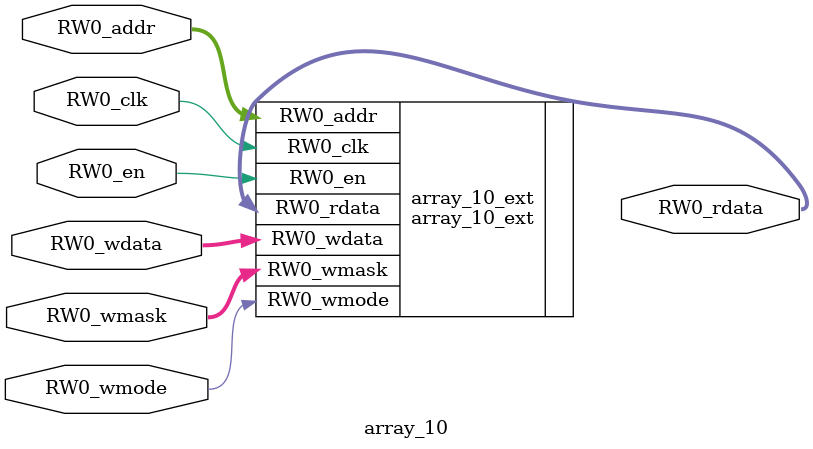
<source format=v>
module array_10(
  input  [4:0]    RW0_addr,
  input           RW0_en,
  input           RW0_clk,
  input           RW0_wmode,
  input  [2847:0] RW0_wdata,
  output [2847:0] RW0_rdata,
  input  [7:0]    RW0_wmask
);

  array_10_ext array_10_ext (
    .RW0_addr  (RW0_addr),
    .RW0_en    (RW0_en),
    .RW0_clk   (RW0_clk),
    .RW0_wmode (RW0_wmode),
    .RW0_wdata (RW0_wdata),
    .RW0_rdata (RW0_rdata),
    .RW0_wmask (RW0_wmask)
  );
endmodule


</source>
